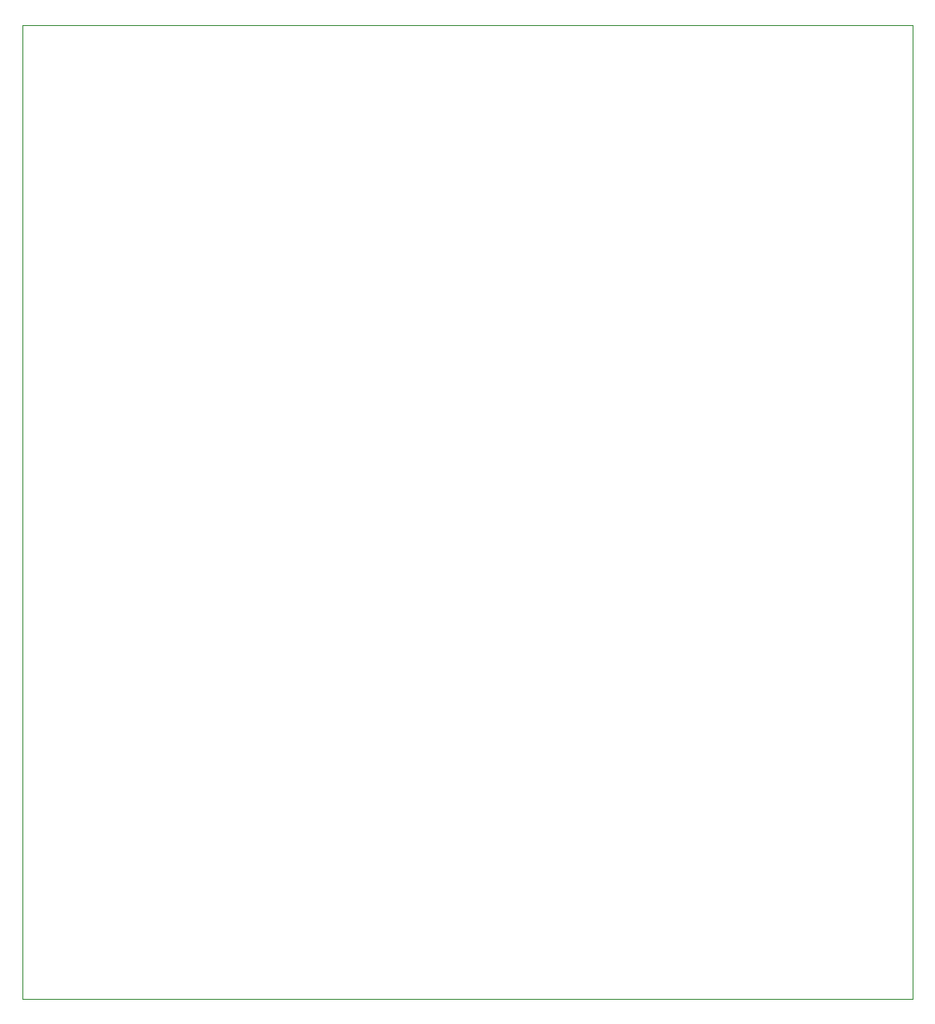
<source format=gm1>
%TF.GenerationSoftware,KiCad,Pcbnew,(5.1.9)-1*%
%TF.CreationDate,2021-10-28T09:05:10-04:00*%
%TF.ProjectId,40-channel-hv-switching-board,34302d63-6861-46e6-9e65-6c2d68762d73,3.1.1*%
%TF.SameCoordinates,Original*%
%TF.FileFunction,Profile,NP*%
%FSLAX46Y46*%
G04 Gerber Fmt 4.6, Leading zero omitted, Abs format (unit mm)*
G04 Created by KiCad (PCBNEW (5.1.9)-1) date 2021-10-28 09:05:10*
%MOMM*%
%LPD*%
G01*
G04 APERTURE LIST*
%TA.AperFunction,Profile*%
%ADD10C,0.100000*%
%TD*%
G04 APERTURE END LIST*
D10*
X108000000Y-23000000D02*
X108000000Y-115000000D01*
X24000000Y-23000000D02*
X108000000Y-23000000D01*
X24000000Y-115000000D02*
X24000000Y-23000000D01*
X108000000Y-115000000D02*
X24000000Y-115000000D01*
M02*

</source>
